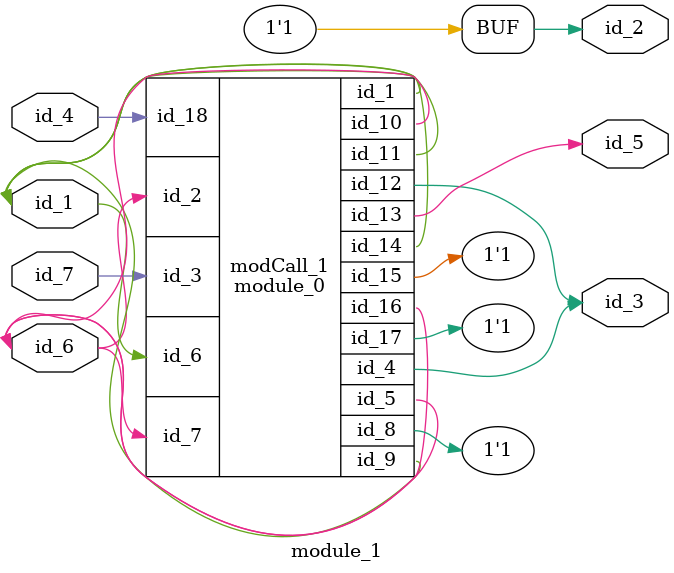
<source format=v>
module module_0 (
    id_1,
    id_2,
    id_3,
    id_4,
    id_5,
    id_6,
    id_7,
    id_8,
    id_9,
    id_10,
    id_11,
    id_12,
    id_13,
    id_14,
    id_15,
    id_16,
    id_17,
    id_18
);
  input wire id_18;
  output wire id_17;
  inout wire id_16;
  output wire id_15;
  inout wire id_14;
  output wire id_13;
  output wire id_12;
  inout wire id_11;
  output wire id_10;
  inout wire id_9;
  output wire id_8;
  input wire id_7;
  input wire id_6;
  inout wire id_5;
  output wire id_4;
  input wire id_3;
  input wire id_2;
  output wire id_1;
  wor id_19 = 1 - 1;
endmodule
module module_1 (
    id_1,
    id_2,
    id_3,
    id_4,
    id_5,
    id_6,
    id_7
);
  input wire id_7;
  inout wire id_6;
  output wire id_5;
  input wire id_4;
  output wire id_3;
  output wire id_2;
  inout wire id_1;
  assign id_2 = -1;
  module_0 modCall_1 (
      id_1,
      id_6,
      id_7,
      id_3,
      id_6,
      id_1,
      id_6,
      id_2,
      id_1,
      id_6,
      id_1,
      id_3,
      id_5,
      id_1,
      id_2,
      id_6,
      id_2,
      id_4
  );
endmodule

</source>
